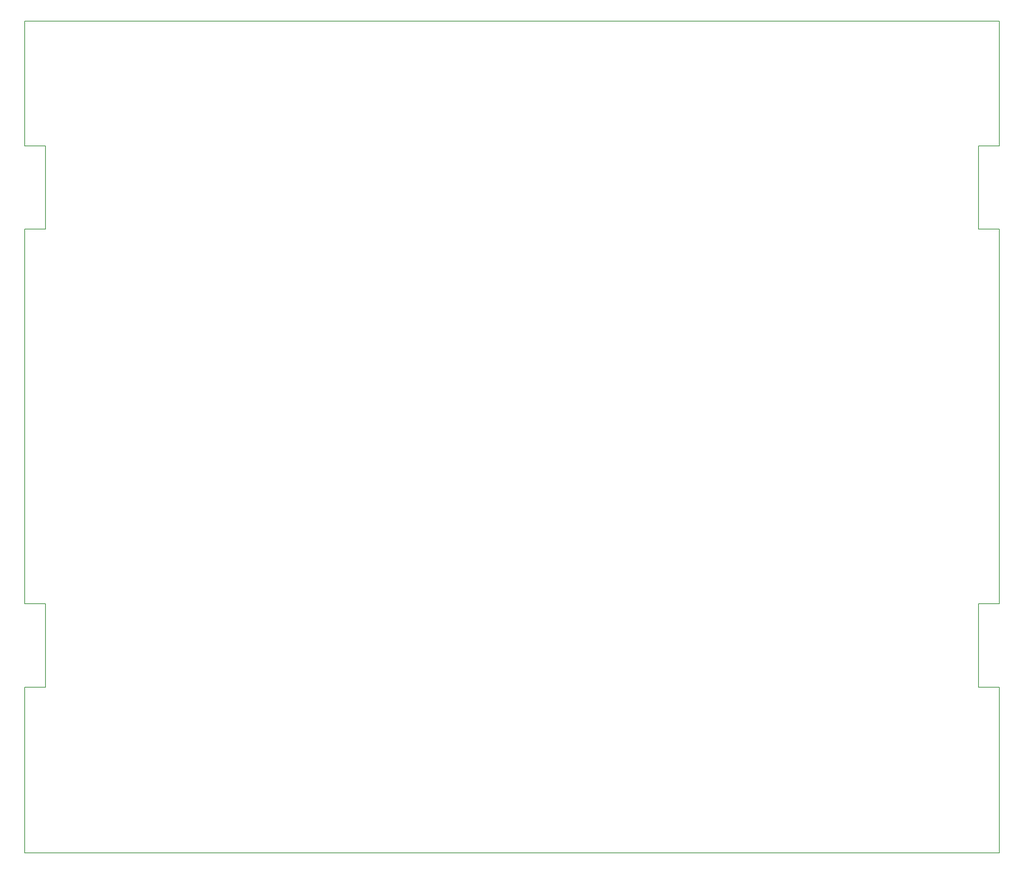
<source format=gbr>
%TF.GenerationSoftware,KiCad,Pcbnew,7.0.10*%
%TF.CreationDate,2024-02-06T13:15:05+02:00*%
%TF.ProjectId,EB-190,45422d31-3930-42e6-9b69-6361645f7063,rev?*%
%TF.SameCoordinates,Original*%
%TF.FileFunction,Profile,NP*%
%FSLAX46Y46*%
G04 Gerber Fmt 4.6, Leading zero omitted, Abs format (unit mm)*
G04 Created by KiCad (PCBNEW 7.0.10) date 2024-02-06 13:15:05*
%MOMM*%
%LPD*%
G01*
G04 APERTURE LIST*
%TA.AperFunction,Profile*%
%ADD10C,0.200000*%
%TD*%
G04 APERTURE END LIST*
D10*
X327853000Y-163872000D02*
X322853000Y-163872000D01*
X93853000Y-223672000D02*
X327853000Y-223672000D01*
X98853000Y-73872000D02*
X98853000Y-53872000D01*
X322853000Y-183872000D02*
X322853000Y-163872000D01*
X93853000Y-23872000D02*
X93853000Y-53872000D01*
X322853000Y-73872000D02*
X322853000Y-53872000D01*
X322853000Y-183872000D02*
X327853000Y-183872000D01*
X93853000Y-73872000D02*
X98853000Y-73872000D01*
X93853000Y-223672000D02*
X93853000Y-183872000D01*
X327853000Y-53872000D02*
X322853000Y-53872000D01*
X93853000Y-183872000D02*
X98853000Y-183872000D01*
X327853000Y-163872000D02*
X327853000Y-73872000D01*
X93853000Y-53872000D02*
X98853000Y-53872000D01*
X93853000Y-163872000D02*
X98853000Y-163872000D01*
X327853000Y-23872000D02*
X93853000Y-23872000D01*
X327853000Y-223672000D02*
X327853000Y-183872000D01*
X327853000Y-23872000D02*
X327853000Y-53872000D01*
X93853000Y-163872000D02*
X93853000Y-73872000D01*
X322853000Y-73872000D02*
X327853000Y-73872000D01*
X98853000Y-183872000D02*
X98853000Y-163872000D01*
M02*

</source>
